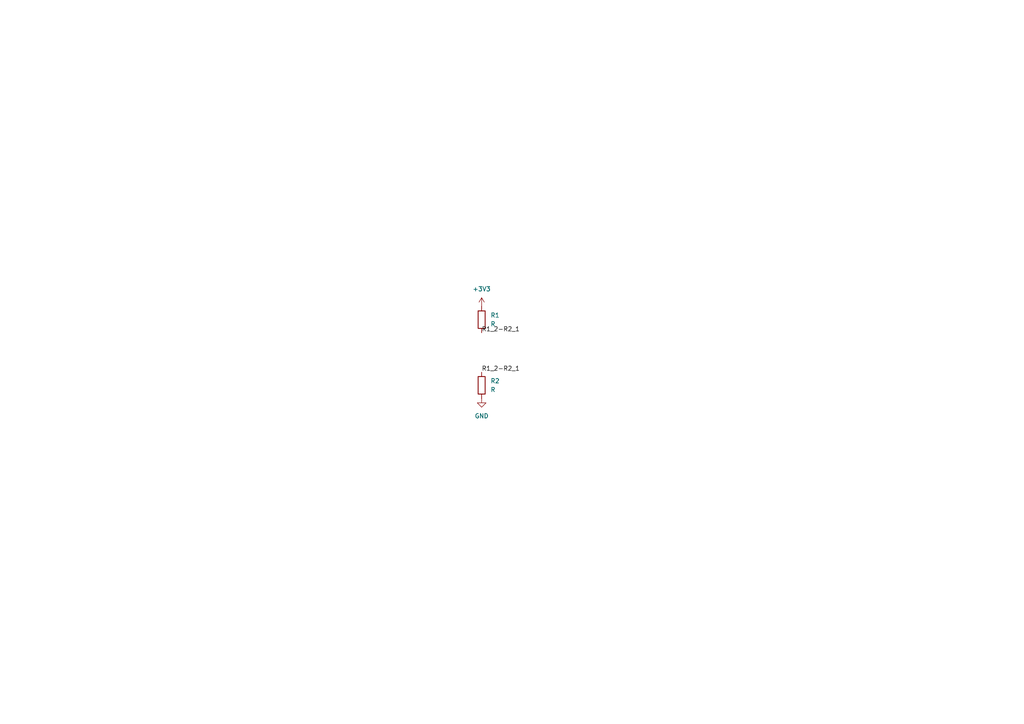
<source format=kicad_sch>
(kicad_sch (version 20231120) (generator "eeschema") (generator_version "8.0")
  (paper "A4")
  (lib_symbols
    (symbol "Device:R" (pin_numbers hide) (pin_names (offset 0))
      (property "Reference" "R" (at 2.032 0 90))
      (property "Value" "R" (at 0 0 90))
      (symbol "R_0_1"
        (rectangle (start -1.016 -2.54) (end 1.016 2.54) (stroke (width 0.254)))
      )
      (symbol "R_1_1"
        (pin passive line (at 0 3.81 270) (length 1.27) (name "~") (number "1"))
        (pin passive line (at 0 -3.81 90) (length 1.27) (name "~") (number "2"))
      )
    )
    (symbol "power:+3V3" (power) (pin_numbers hide) (pin_names (offset 0) hide)
      (property "Value" "+3V3" (at 0 3.556 0))
      (symbol "+3V3_0_1"
        (polyline (pts (xy -0.762 1.27) (xy 0 2.54)))
        (polyline (pts (xy 0 0) (xy 0 2.54)))
        (polyline (pts (xy 0 2.54) (xy 0.762 1.27)))
      )
      (symbol "+3V3_1_1"
        (pin power_in line (at 0 0 90) (length 0) (name "~") (number "1"))
      )
    )
    (symbol "power:GND" (power) (pin_numbers hide) (pin_names (offset 0) hide)
      (property "Value" "GND" (at 0 -3.81 0))
      (symbol "GND_0_1"
        (polyline (pts (xy 0 0) (xy 0 -1.27) (xy 1.27 -1.27) (xy 0 -2.54) (xy -1.27 -1.27) (xy 0 -1.27)))
      )
      (symbol "GND_1_1"
        (pin power_in line (at 0 0 270) (length 0) (name "~") (number "1"))
      )
    )
  )
  (label "R1_2-R2_1" (at 139.7 107.95 0))
  (label "R1_2-R2_1" (at 139.7 96.52 0))
  (symbol (lib_id "Device:R") (at 139.7 92.71 0) (unit 1)
    (property "Reference" "R1" (at 142.24 91.4399 0) (effects (justify left)))
    (property "Value" "R" (at 142.24 93.9799 0) (effects (justify left)))
    (property "Description" "Resistor" (effects (hide yes)))
  )
  (symbol (lib_id "power:GND") (at 139.7 115.57 0) (unit 1)
    (property "Reference" "#PWR04" (effects (hide yes)))
    (property "Value" "GND" (at 139.7 120.65 0))
    (property "Description" "Power symbol creates a global label with name \"GND\" , ground" (effects (hide yes)))
  )
  (symbol (lib_id "Device:R") (at 139.7 111.76 0) (unit 1)
    (property "Reference" "R2" (at 142.24 110.4899 0) (effects (justify left)))
    (property "Value" "R" (at 142.24 113.0299 0) (effects (justify left)))
    (property "Description" "Resistor" (effects (hide yes)))
  )
  (symbol (lib_id "power:+3V3") (at 139.7 88.9 0) (unit 1)
    (property "Reference" "#PWR05" (effects (hide yes)))
    (property "Value" "+3V3" (at 139.7 83.82 0))
    (property "Description" "Power symbol creates a global label with name \"+3V3\"" (effects (hide yes)))
  )
)
</source>
